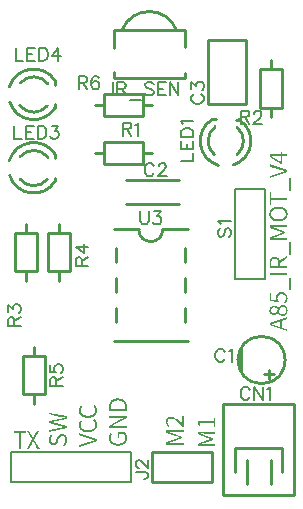
<source format=gto>
G04 Layer: TopSilkscreenLayer*
G04 EasyEDA v6.4.31, 2022-01-29 23:58:21*
G04 2823f7ec020141a2b4db78c869935daf,00a5ad12733442db97615573759eb5db,10*
G04 Gerber Generator version 0.2*
G04 Scale: 100 percent, Rotated: No, Reflected: No *
G04 Dimensions in millimeters *
G04 leading zeros omitted , absolute positions ,4 integer and 5 decimal *
%FSLAX45Y45*%
%MOMM*%

%ADD10C,0.2540*%
%ADD21C,0.2032*%
%ADD22C,0.2030*%
%ADD23C,0.1524*%

%LPD*%
G36*
X1004569Y856234D02*
G01*
X997712Y856030D01*
X991158Y855522D01*
X984859Y854608D01*
X978916Y853389D01*
X973328Y851763D01*
X967994Y849833D01*
X963015Y847547D01*
X958342Y844905D01*
X954074Y841908D01*
X950061Y838606D01*
X946454Y834898D01*
X943203Y830884D01*
X940308Y826516D01*
X937768Y821842D01*
X935634Y816813D01*
X933856Y811428D01*
X932484Y805738D01*
X931468Y799693D01*
X930859Y793343D01*
X930656Y786638D01*
X930656Y767080D01*
X944626Y767080D01*
X944626Y785368D01*
X944880Y791921D01*
X945642Y798017D01*
X946912Y803706D01*
X948639Y808939D01*
X950874Y813765D01*
X953566Y818184D01*
X956716Y822147D01*
X960323Y825703D01*
X964387Y828802D01*
X968857Y831494D01*
X973785Y833780D01*
X979119Y835660D01*
X984910Y837082D01*
X991057Y838149D01*
X997610Y838758D01*
X1004569Y838962D01*
X1011478Y838758D01*
X1018082Y838149D01*
X1024280Y837082D01*
X1030122Y835660D01*
X1035558Y833780D01*
X1040587Y831494D01*
X1045210Y828802D01*
X1049375Y825703D01*
X1053134Y822147D01*
X1056386Y818184D01*
X1059230Y813765D01*
X1061516Y808939D01*
X1063396Y803706D01*
X1064717Y798017D01*
X1065530Y791921D01*
X1065784Y785368D01*
X1065784Y767080D01*
X930656Y767080D01*
X930656Y750062D01*
X1079500Y750062D01*
X1079500Y787400D01*
X1079296Y794004D01*
X1078687Y800252D01*
X1077620Y806196D01*
X1076198Y811834D01*
X1074369Y817118D01*
X1072134Y822096D01*
X1069543Y826719D01*
X1066596Y831037D01*
X1063244Y835050D01*
X1059535Y838657D01*
X1055522Y841959D01*
X1051153Y844956D01*
X1046429Y847598D01*
X1041349Y849884D01*
X1036015Y851814D01*
X1030325Y853389D01*
X1024331Y854608D01*
X1018032Y855522D01*
X1011428Y856030D01*
G37*
G36*
X930656Y708660D02*
G01*
X930656Y692658D01*
X1016914Y692708D01*
X1040384Y693775D01*
X1057656Y694944D01*
X1057656Y693928D01*
X1027176Y677672D01*
X930656Y621538D01*
X930656Y604266D01*
X1079500Y604266D01*
X1079500Y620014D01*
X992174Y619963D01*
X975055Y619302D01*
X952753Y617982D01*
X952753Y618998D01*
X983234Y635254D01*
X1079500Y691134D01*
X1079500Y708660D01*
G37*
G36*
X1003300Y568198D02*
G01*
X1003300Y520192D01*
X1017269Y520192D01*
X1017269Y552704D01*
X1057910Y552704D01*
X1061821Y547268D01*
X1064818Y540359D01*
X1066647Y532536D01*
X1067308Y524256D01*
X1067003Y518363D01*
X1066190Y512826D01*
X1064818Y507593D01*
X1062939Y502767D01*
X1060551Y498246D01*
X1057656Y494080D01*
X1054303Y490321D01*
X1050442Y486867D01*
X1046175Y483870D01*
X1041450Y481177D01*
X1036319Y478942D01*
X1030782Y477062D01*
X1024839Y475589D01*
X1018540Y474573D01*
X1011834Y473913D01*
X1004824Y473709D01*
X997813Y473964D01*
X991158Y474624D01*
X984859Y475742D01*
X978966Y477266D01*
X973429Y479247D01*
X968349Y481584D01*
X963676Y484327D01*
X959459Y487476D01*
X955649Y490931D01*
X952347Y494741D01*
X949502Y498906D01*
X947115Y503377D01*
X945286Y508203D01*
X943914Y513283D01*
X943102Y518617D01*
X942848Y524256D01*
X943965Y534873D01*
X947013Y543661D01*
X951534Y550976D01*
X957071Y557022D01*
X946150Y566420D01*
X942898Y562965D01*
X939698Y559054D01*
X936650Y554634D01*
X933907Y549706D01*
X931570Y544169D01*
X929741Y538073D01*
X928522Y531368D01*
X928116Y524001D01*
X928319Y518159D01*
X928979Y512521D01*
X930046Y507085D01*
X931519Y501853D01*
X933450Y496824D01*
X935736Y492048D01*
X938377Y487476D01*
X941476Y483209D01*
X944880Y479196D01*
X948690Y475437D01*
X952855Y472033D01*
X957376Y468884D01*
X962202Y466090D01*
X967384Y463600D01*
X972921Y461467D01*
X978712Y459689D01*
X984859Y458266D01*
X991311Y457250D01*
X998067Y456641D01*
X1005078Y456438D01*
X1012190Y456641D01*
X1018946Y457250D01*
X1025448Y458216D01*
X1031595Y459587D01*
X1037437Y461314D01*
X1042974Y463397D01*
X1048156Y465835D01*
X1053033Y468579D01*
X1057503Y471627D01*
X1061669Y475030D01*
X1065428Y478688D01*
X1068832Y482600D01*
X1071880Y486816D01*
X1074521Y491286D01*
X1076807Y495960D01*
X1078687Y500938D01*
X1080109Y506069D01*
X1081176Y511454D01*
X1081836Y516991D01*
X1082040Y522732D01*
X1081735Y529996D01*
X1080770Y536854D01*
X1079246Y543356D01*
X1077264Y549351D01*
X1074775Y554888D01*
X1071880Y559917D01*
X1068578Y564337D01*
X1065022Y568198D01*
G37*
G36*
X806704Y801624D02*
G01*
X796290Y792226D01*
X800150Y788466D01*
X803554Y784555D01*
X806450Y780542D01*
X808888Y776274D01*
X810818Y771855D01*
X812190Y767130D01*
X813003Y762203D01*
X813308Y756920D01*
X813003Y751586D01*
X812190Y746506D01*
X810818Y741680D01*
X808939Y737158D01*
X806551Y732942D01*
X803656Y729030D01*
X800303Y725474D01*
X796442Y722223D01*
X792175Y719328D01*
X787450Y716737D01*
X782320Y714552D01*
X776782Y712724D01*
X770839Y711301D01*
X764540Y710285D01*
X757834Y709625D01*
X750824Y709422D01*
X743813Y709625D01*
X737158Y710285D01*
X730859Y711352D01*
X724966Y712876D01*
X719429Y714756D01*
X714349Y716991D01*
X709676Y719632D01*
X705459Y722579D01*
X701649Y725932D01*
X698347Y729589D01*
X695502Y733552D01*
X693115Y737819D01*
X691286Y742391D01*
X689914Y747217D01*
X689102Y752348D01*
X688848Y757682D01*
X689914Y766876D01*
X692810Y775055D01*
X697331Y782218D01*
X703072Y788416D01*
X692150Y797814D01*
X688695Y794410D01*
X685342Y790498D01*
X682294Y786130D01*
X679602Y781253D01*
X677367Y775919D01*
X675589Y770178D01*
X674522Y763981D01*
X674116Y757428D01*
X674319Y751890D01*
X674979Y746455D01*
X676046Y741222D01*
X677519Y736193D01*
X679450Y731367D01*
X681736Y726744D01*
X684377Y722376D01*
X687476Y718210D01*
X690880Y714298D01*
X694690Y710692D01*
X698855Y707339D01*
X703376Y704291D01*
X708202Y701548D01*
X713384Y699160D01*
X718921Y697077D01*
X724712Y695350D01*
X730859Y693978D01*
X737311Y692962D01*
X744067Y692353D01*
X751078Y692150D01*
X758190Y692353D01*
X764946Y692962D01*
X771448Y693928D01*
X777595Y695248D01*
X783437Y696976D01*
X788974Y699008D01*
X794156Y701395D01*
X799033Y704088D01*
X803503Y707085D01*
X807669Y710336D01*
X811428Y713892D01*
X814832Y717702D01*
X817880Y721766D01*
X820521Y726084D01*
X822807Y730605D01*
X824687Y735380D01*
X826109Y740308D01*
X827176Y745439D01*
X827836Y750722D01*
X828040Y756158D01*
X827684Y763168D01*
X826617Y769772D01*
X824890Y775970D01*
X822502Y781761D01*
X819505Y787196D01*
X815848Y792327D01*
X811580Y797102D01*
G37*
G36*
X806704Y678688D02*
G01*
X796290Y669544D01*
X800150Y665784D01*
X803554Y661873D01*
X806450Y657860D01*
X808888Y653592D01*
X810818Y649173D01*
X812190Y644448D01*
X813003Y639521D01*
X813308Y634238D01*
X813003Y628904D01*
X812190Y623824D01*
X810818Y618998D01*
X808939Y614476D01*
X806551Y610260D01*
X803656Y606348D01*
X800303Y602792D01*
X796442Y599541D01*
X792175Y596646D01*
X787450Y594055D01*
X782320Y591870D01*
X776782Y590042D01*
X770839Y588619D01*
X764540Y587603D01*
X757834Y586943D01*
X750824Y586740D01*
X743813Y586943D01*
X737158Y587603D01*
X730859Y588670D01*
X724966Y590194D01*
X719429Y592074D01*
X714349Y594309D01*
X709676Y596950D01*
X705459Y599897D01*
X701649Y603250D01*
X698347Y606907D01*
X695502Y610870D01*
X693115Y615137D01*
X691286Y619709D01*
X689914Y624535D01*
X689102Y629666D01*
X688848Y635000D01*
X689914Y644194D01*
X692810Y652373D01*
X697331Y659536D01*
X703072Y665734D01*
X692150Y675132D01*
X688695Y671677D01*
X685342Y667715D01*
X682294Y663295D01*
X679602Y658469D01*
X677367Y653186D01*
X675589Y647446D01*
X674522Y641299D01*
X674116Y634746D01*
X674319Y629208D01*
X674979Y623773D01*
X676046Y618540D01*
X677519Y613511D01*
X679450Y608685D01*
X681736Y604062D01*
X684377Y599694D01*
X687476Y595528D01*
X690880Y591616D01*
X694690Y588010D01*
X698855Y584657D01*
X703376Y581609D01*
X708202Y578866D01*
X713384Y576478D01*
X718921Y574395D01*
X724712Y572668D01*
X730859Y571296D01*
X737311Y570280D01*
X744067Y569671D01*
X751078Y569468D01*
X758190Y569671D01*
X764946Y570280D01*
X771448Y571246D01*
X777595Y572566D01*
X783437Y574294D01*
X788974Y576326D01*
X794156Y578713D01*
X799033Y581406D01*
X803503Y584403D01*
X807669Y587654D01*
X811428Y591210D01*
X814832Y595020D01*
X817880Y599084D01*
X820521Y603402D01*
X822807Y607923D01*
X824687Y612698D01*
X826109Y617626D01*
X827176Y622757D01*
X827836Y628040D01*
X828040Y633476D01*
X827684Y640486D01*
X826617Y647090D01*
X824890Y653237D01*
X822502Y659028D01*
X819505Y664464D01*
X815848Y669493D01*
X811580Y674268D01*
G37*
G36*
X676656Y559562D02*
G01*
X676656Y542544D01*
X801573Y505002D01*
X807974Y502920D01*
X807974Y502158D01*
X783488Y494741D01*
X758952Y487680D01*
X676656Y462534D01*
X676656Y445008D01*
X825500Y492759D01*
X825500Y512064D01*
G37*
G36*
X120904Y580644D02*
G01*
X120904Y566420D01*
X166116Y566420D01*
X166116Y431800D01*
X183134Y431800D01*
X183134Y566420D01*
X228600Y566420D01*
X228600Y580644D01*
G37*
G36*
X236728Y580644D02*
G01*
X277622Y508508D01*
X234188Y431800D01*
X251714Y431800D01*
X274320Y473201D01*
X286512Y497332D01*
X287274Y497332D01*
X300228Y473201D01*
X323088Y431800D01*
X341376Y431800D01*
X297688Y507746D01*
X338582Y580644D01*
X321056Y580644D01*
X297434Y536092D01*
X289560Y519684D01*
X288544Y519684D01*
X282295Y531114D01*
X276606Y541020D01*
X255524Y580644D01*
G37*
G36*
X422656Y736092D02*
G01*
X422656Y720090D01*
X517347Y701344D01*
X553720Y694944D01*
X553720Y693928D01*
X505459Y682752D01*
X422656Y661416D01*
X422656Y645922D01*
X511403Y623417D01*
X553720Y613918D01*
X553720Y613156D01*
X505459Y604012D01*
X422656Y587502D01*
X422656Y570230D01*
X571500Y602488D01*
X571500Y622046D01*
X478790Y645160D01*
X445008Y653034D01*
X445008Y653796D01*
X478790Y661162D01*
X571500Y684784D01*
X571500Y704850D01*
G37*
G36*
X532384Y555752D02*
G01*
X524662Y555142D01*
X517906Y553364D01*
X512064Y550519D01*
X507034Y546760D01*
X502716Y542239D01*
X498957Y537006D01*
X495655Y531215D01*
X492759Y525018D01*
X481685Y499059D01*
X477215Y490524D01*
X474472Y486714D01*
X471271Y483412D01*
X467461Y480822D01*
X462991Y479145D01*
X457708Y478535D01*
X452729Y479094D01*
X448259Y480618D01*
X444347Y483158D01*
X441045Y486562D01*
X438404Y490728D01*
X436473Y495706D01*
X435254Y501294D01*
X434848Y507492D01*
X435101Y512673D01*
X435864Y517550D01*
X437083Y522173D01*
X438708Y526542D01*
X440791Y530656D01*
X443230Y534568D01*
X445973Y538276D01*
X449072Y541782D01*
X438404Y550672D01*
X434543Y546608D01*
X431038Y542137D01*
X427939Y537210D01*
X425246Y531926D01*
X423113Y526288D01*
X421487Y520293D01*
X420471Y514045D01*
X420116Y507492D01*
X420471Y501040D01*
X421436Y494893D01*
X423011Y489153D01*
X425145Y483819D01*
X427888Y478942D01*
X431088Y474573D01*
X434746Y470763D01*
X438861Y467563D01*
X443382Y464972D01*
X448259Y463092D01*
X453440Y461924D01*
X458978Y461518D01*
X466547Y462229D01*
X473151Y464312D01*
X478840Y467461D01*
X483717Y471474D01*
X487883Y476148D01*
X491388Y481228D01*
X494334Y486511D01*
X496824Y491743D01*
X508558Y518515D01*
X510946Y523290D01*
X513486Y527608D01*
X516331Y531368D01*
X519633Y534466D01*
X523493Y536752D01*
X528116Y538226D01*
X533654Y538734D01*
X539140Y538175D01*
X544068Y536448D01*
X548487Y533704D01*
X552196Y529945D01*
X555193Y525272D01*
X557428Y519684D01*
X558850Y513232D01*
X559308Y505968D01*
X558952Y500126D01*
X557987Y494334D01*
X556361Y488746D01*
X554177Y483311D01*
X551484Y478129D01*
X548284Y473201D01*
X544576Y468579D01*
X540512Y464312D01*
X551942Y454151D01*
X556818Y459232D01*
X561187Y464718D01*
X564946Y470611D01*
X568147Y476910D01*
X570687Y483616D01*
X572516Y490677D01*
X573633Y498144D01*
X574040Y505968D01*
X573684Y513334D01*
X572566Y520242D01*
X570839Y526592D01*
X568452Y532434D01*
X565454Y537667D01*
X562000Y542290D01*
X557987Y546303D01*
X553567Y549605D01*
X548741Y552246D01*
X543560Y554177D01*
X538124Y555345D01*
G37*
G36*
X2383790Y2941828D02*
G01*
X2383790Y2921508D01*
X2289556Y2921508D01*
X2289556Y2907030D01*
X2308860Y2907030D01*
X2322169Y2906115D01*
X2335276Y2905760D01*
X2383790Y2905760D01*
X2383790Y2858262D01*
X2330450Y2894076D01*
X2308860Y2906014D01*
X2308860Y2907030D01*
X2289556Y2907030D01*
X2289556Y2903728D01*
X2386076Y2840482D01*
X2396998Y2840482D01*
X2396998Y2905760D01*
X2438400Y2905760D01*
X2438400Y2921508D01*
X2396998Y2921508D01*
X2396998Y2941828D01*
G37*
G36*
X2289556Y2836418D02*
G01*
X2289556Y2819400D01*
X2420874Y2780030D01*
X2420874Y2779268D01*
X2396388Y2771698D01*
X2371852Y2764536D01*
X2289556Y2739644D01*
X2289556Y2721864D01*
X2438400Y2769616D01*
X2438400Y2788920D01*
G37*
G36*
X2454910Y2718816D02*
G01*
X2454910Y2610866D01*
X2466340Y2610866D01*
X2466340Y2718816D01*
G37*
G36*
X2289556Y2601976D02*
G01*
X2289556Y2494026D01*
X2303780Y2494026D01*
X2303780Y2539492D01*
X2438400Y2539492D01*
X2438400Y2556510D01*
X2303780Y2556510D01*
X2303780Y2601976D01*
G37*
G36*
X2363470Y2480818D02*
G01*
X2356510Y2480614D01*
X2349804Y2480056D01*
X2343404Y2479141D01*
X2337257Y2477820D01*
X2331466Y2476195D01*
X2326030Y2474214D01*
X2320848Y2471928D01*
X2316022Y2469337D01*
X2311552Y2466441D01*
X2307437Y2463241D01*
X2303678Y2459736D01*
X2300224Y2456027D01*
X2297226Y2452014D01*
X2294534Y2447798D01*
X2292299Y2443327D01*
X2290419Y2438603D01*
X2288946Y2433726D01*
X2287879Y2428595D01*
X2287219Y2423312D01*
X2287016Y2417826D01*
X2301748Y2417826D01*
X2302002Y2422906D01*
X2302814Y2427732D01*
X2304186Y2432304D01*
X2306015Y2436672D01*
X2308402Y2440686D01*
X2311247Y2444445D01*
X2314549Y2447899D01*
X2318308Y2451049D01*
X2322525Y2453894D01*
X2327198Y2456383D01*
X2332278Y2458516D01*
X2337765Y2460294D01*
X2343607Y2461717D01*
X2349855Y2462733D01*
X2356510Y2463342D01*
X2363470Y2463546D01*
X2370429Y2463342D01*
X2377084Y2462733D01*
X2383383Y2461717D01*
X2389327Y2460294D01*
X2394915Y2458516D01*
X2400046Y2456383D01*
X2404821Y2453894D01*
X2409139Y2451049D01*
X2413000Y2447899D01*
X2416403Y2444445D01*
X2419350Y2440686D01*
X2421788Y2436672D01*
X2423668Y2432304D01*
X2425090Y2427732D01*
X2425903Y2422906D01*
X2426208Y2417826D01*
X2425903Y2412796D01*
X2425090Y2408021D01*
X2423668Y2403449D01*
X2421788Y2399131D01*
X2419350Y2395118D01*
X2416403Y2391410D01*
X2413000Y2387955D01*
X2409139Y2384806D01*
X2404821Y2382012D01*
X2400046Y2379522D01*
X2394915Y2377389D01*
X2389327Y2375611D01*
X2383383Y2374188D01*
X2377084Y2373172D01*
X2370429Y2372563D01*
X2363470Y2372360D01*
X2356510Y2372563D01*
X2349855Y2373172D01*
X2343607Y2374188D01*
X2337765Y2375611D01*
X2332278Y2377389D01*
X2327198Y2379522D01*
X2322525Y2382012D01*
X2318308Y2384806D01*
X2314549Y2387955D01*
X2311247Y2391410D01*
X2308402Y2395118D01*
X2306015Y2399131D01*
X2304186Y2403449D01*
X2302814Y2408021D01*
X2302002Y2412796D01*
X2301748Y2417826D01*
X2287016Y2417826D01*
X2287219Y2412390D01*
X2287879Y2407107D01*
X2288946Y2402027D01*
X2290419Y2397150D01*
X2292299Y2392476D01*
X2294534Y2388057D01*
X2297226Y2383790D01*
X2300224Y2379827D01*
X2303678Y2376119D01*
X2307437Y2372664D01*
X2311552Y2369464D01*
X2316022Y2366568D01*
X2320848Y2363978D01*
X2326030Y2361692D01*
X2331466Y2359710D01*
X2337257Y2358085D01*
X2343404Y2356764D01*
X2349804Y2355850D01*
X2356510Y2355291D01*
X2363470Y2355088D01*
X2370480Y2355291D01*
X2377186Y2355850D01*
X2383637Y2356764D01*
X2389784Y2358085D01*
X2395626Y2359710D01*
X2401163Y2361692D01*
X2406345Y2363978D01*
X2411272Y2366568D01*
X2415794Y2369464D01*
X2420010Y2372664D01*
X2423871Y2376119D01*
X2427325Y2379827D01*
X2430475Y2383790D01*
X2433167Y2388057D01*
X2435504Y2392476D01*
X2437434Y2397150D01*
X2438958Y2402027D01*
X2440076Y2407107D01*
X2440736Y2412390D01*
X2440940Y2417826D01*
X2440736Y2423312D01*
X2440076Y2428595D01*
X2438958Y2433726D01*
X2437434Y2438603D01*
X2435504Y2443327D01*
X2433167Y2447798D01*
X2430475Y2452014D01*
X2427325Y2456027D01*
X2423871Y2459736D01*
X2420010Y2463241D01*
X2415794Y2466441D01*
X2411272Y2469337D01*
X2406345Y2471928D01*
X2401163Y2474214D01*
X2395626Y2476195D01*
X2389784Y2477820D01*
X2383637Y2479141D01*
X2377186Y2480056D01*
X2370480Y2480614D01*
G37*
G36*
X2289556Y2322322D02*
G01*
X2289556Y2301748D01*
X2370836Y2272538D01*
X2386787Y2267508D01*
X2402586Y2262124D01*
X2402586Y2261108D01*
X2370836Y2250440D01*
X2289556Y2221230D01*
X2289556Y2200402D01*
X2438400Y2200402D01*
X2438400Y2215642D01*
X2347569Y2215591D01*
X2325370Y2214575D01*
X2309368Y2213610D01*
X2309368Y2214372D01*
X2343150Y2226310D01*
X2423160Y2255520D01*
X2423160Y2267204D01*
X2343150Y2296160D01*
X2309368Y2307844D01*
X2309368Y2308860D01*
X2331059Y2307488D01*
X2342286Y2306980D01*
X2352548Y2306828D01*
X2438400Y2306828D01*
X2438400Y2322322D01*
G37*
G36*
X2454910Y2177034D02*
G01*
X2454910Y2069084D01*
X2466340Y2069084D01*
X2466340Y2177034D01*
G37*
G36*
X2438400Y2060702D02*
G01*
X2372614Y2022348D01*
X2371242Y2027428D01*
X2369464Y2032152D01*
X2367330Y2036521D01*
X2364841Y2040585D01*
X2361996Y2044192D01*
X2358745Y2047443D01*
X2355088Y2050237D01*
X2351074Y2052574D01*
X2346655Y2054402D01*
X2341829Y2055774D01*
X2336596Y2056587D01*
X2330958Y2056892D01*
X2323744Y2056434D01*
X2317292Y2055164D01*
X2311654Y2053082D01*
X2306675Y2050237D01*
X2302408Y2046681D01*
X2298852Y2042464D01*
X2295855Y2037588D01*
X2293518Y2032152D01*
X2291740Y2026157D01*
X2290521Y2019655D01*
X2289810Y2012696D01*
X2289556Y2005330D01*
X2289556Y1976628D01*
X2303272Y1976628D01*
X2303272Y2002789D01*
X2303627Y2011222D01*
X2304745Y2018639D01*
X2306675Y2025040D01*
X2309520Y2030272D01*
X2313279Y2034438D01*
X2318054Y2037435D01*
X2323947Y2039264D01*
X2330958Y2039874D01*
X2337917Y2039264D01*
X2343912Y2037435D01*
X2348992Y2034438D01*
X2353106Y2030272D01*
X2356307Y2025040D01*
X2358593Y2018639D01*
X2359964Y2011222D01*
X2360422Y2002789D01*
X2360422Y1976628D01*
X2289556Y1976628D01*
X2289556Y1959864D01*
X2438400Y1959864D01*
X2438400Y1976628D01*
X2374138Y1976628D01*
X2374138Y2004568D01*
X2438400Y2041652D01*
G37*
G36*
X2289556Y1918462D02*
G01*
X2289556Y1901443D01*
X2438400Y1901443D01*
X2438400Y1918462D01*
G37*
G36*
X2454910Y1878075D02*
G01*
X2454910Y1770380D01*
X2466340Y1770380D01*
X2466340Y1878075D01*
G37*
G36*
X2390140Y1756664D02*
G01*
X2382316Y1756257D01*
X2375255Y1755089D01*
X2368905Y1753158D01*
X2363266Y1750618D01*
X2358339Y1747418D01*
X2354122Y1743659D01*
X2350566Y1739392D01*
X2347671Y1734667D01*
X2345436Y1729536D01*
X2343861Y1724050D01*
X2342946Y1718259D01*
X2342642Y1712214D01*
X2343099Y1705610D01*
X2344369Y1699717D01*
X2346401Y1694281D01*
X2348992Y1689100D01*
X2303780Y1693164D01*
X2303780Y1749552D01*
X2289556Y1749552D01*
X2289556Y1678432D01*
X2358644Y1673860D01*
X2364486Y1683004D01*
X2360625Y1689049D01*
X2357831Y1694891D01*
X2356154Y1701088D01*
X2355596Y1708150D01*
X2356205Y1715058D01*
X2357983Y1721256D01*
X2360930Y1726692D01*
X2364943Y1731264D01*
X2369972Y1734921D01*
X2375966Y1737664D01*
X2382875Y1739341D01*
X2390648Y1739900D01*
X2398623Y1739239D01*
X2405786Y1737309D01*
X2412034Y1734312D01*
X2417318Y1730298D01*
X2421534Y1725472D01*
X2424633Y1719986D01*
X2426563Y1713890D01*
X2427224Y1707388D01*
X2426868Y1701038D01*
X2425801Y1695246D01*
X2424176Y1690014D01*
X2422093Y1685289D01*
X2419553Y1680972D01*
X2416708Y1677009D01*
X2413660Y1673402D01*
X2410460Y1670050D01*
X2421382Y1661668D01*
X2425090Y1665681D01*
X2428595Y1670050D01*
X2431948Y1674926D01*
X2434894Y1680311D01*
X2437384Y1686306D01*
X2439263Y1693011D01*
X2440482Y1700428D01*
X2440940Y1708657D01*
X2440584Y1714754D01*
X2439416Y1720748D01*
X2437587Y1726539D01*
X2434996Y1732076D01*
X2431694Y1737207D01*
X2427732Y1741881D01*
X2423058Y1746097D01*
X2417775Y1749704D01*
X2411780Y1752650D01*
X2405176Y1754835D01*
X2397963Y1756206D01*
G37*
G36*
X2402840Y1646682D02*
G01*
X2395626Y1646123D01*
X2389225Y1644599D01*
X2383536Y1642160D01*
X2378506Y1638960D01*
X2374087Y1635201D01*
X2370175Y1630933D01*
X2366772Y1626311D01*
X2363724Y1621536D01*
X2362708Y1621536D01*
X2359812Y1624888D01*
X2356408Y1628292D01*
X2352446Y1631696D01*
X2348026Y1634794D01*
X2343150Y1637538D01*
X2337968Y1639671D01*
X2332431Y1641093D01*
X2326640Y1641602D01*
X2321052Y1641297D01*
X2315819Y1640332D01*
X2310892Y1638807D01*
X2306320Y1636725D01*
X2302205Y1634032D01*
X2298496Y1630832D01*
X2295296Y1627124D01*
X2292604Y1622856D01*
X2290419Y1618132D01*
X2288844Y1612950D01*
X2287879Y1607312D01*
X2287537Y1600962D01*
X2299970Y1600962D01*
X2300528Y1606905D01*
X2302154Y1612138D01*
X2304694Y1616608D01*
X2308047Y1620316D01*
X2312162Y1623263D01*
X2316784Y1625396D01*
X2321915Y1626666D01*
X2327402Y1627124D01*
X2335834Y1626107D01*
X2343861Y1623009D01*
X2351430Y1617929D01*
X2358390Y1610868D01*
X2355748Y1604365D01*
X2352852Y1598066D01*
X2349652Y1592224D01*
X2348308Y1590294D01*
X2365248Y1590294D01*
X2369566Y1600809D01*
X2374138Y1610410D01*
X2376627Y1614779D01*
X2379319Y1618691D01*
X2382266Y1622196D01*
X2385517Y1625193D01*
X2389073Y1627632D01*
X2393035Y1629410D01*
X2397455Y1630527D01*
X2402332Y1630933D01*
X2407818Y1630375D01*
X2412898Y1628800D01*
X2417368Y1626209D01*
X2421280Y1622704D01*
X2424430Y1618386D01*
X2426766Y1613255D01*
X2428240Y1607413D01*
X2428748Y1600962D01*
X2428189Y1594256D01*
X2426563Y1588109D01*
X2424023Y1582623D01*
X2420620Y1577898D01*
X2416454Y1574038D01*
X2411577Y1571142D01*
X2406192Y1569313D01*
X2400300Y1568704D01*
X2394813Y1569110D01*
X2389632Y1570278D01*
X2384704Y1572209D01*
X2380081Y1574749D01*
X2375865Y1577898D01*
X2371953Y1581556D01*
X2368397Y1585722D01*
X2365248Y1590294D01*
X2348308Y1590294D01*
X2346045Y1587042D01*
X2341880Y1582623D01*
X2337054Y1579270D01*
X2331516Y1577086D01*
X2325116Y1576324D01*
X2319731Y1576781D01*
X2314854Y1578152D01*
X2310587Y1580388D01*
X2306929Y1583334D01*
X2303983Y1586890D01*
X2301798Y1591106D01*
X2300427Y1595831D01*
X2299970Y1600962D01*
X2287537Y1600962D01*
X2287828Y1595628D01*
X2288743Y1590294D01*
X2290267Y1585315D01*
X2292299Y1580642D01*
X2294890Y1576374D01*
X2297938Y1572564D01*
X2301443Y1569212D01*
X2305456Y1566418D01*
X2309825Y1564132D01*
X2314549Y1562455D01*
X2319680Y1561439D01*
X2325116Y1561084D01*
X2330704Y1561490D01*
X2335936Y1562709D01*
X2340762Y1564640D01*
X2345182Y1567129D01*
X2349246Y1570177D01*
X2352903Y1573631D01*
X2356205Y1577390D01*
X2359152Y1581404D01*
X2359914Y1581404D01*
X2362962Y1576273D01*
X2366670Y1571294D01*
X2370937Y1566621D01*
X2375865Y1562404D01*
X2381351Y1558848D01*
X2387396Y1556105D01*
X2394102Y1554327D01*
X2401316Y1553718D01*
X2406954Y1554124D01*
X2412288Y1555292D01*
X2417267Y1557223D01*
X2421839Y1559864D01*
X2426055Y1563116D01*
X2429814Y1567027D01*
X2433066Y1571447D01*
X2435809Y1576425D01*
X2437993Y1581912D01*
X2439619Y1587804D01*
X2440584Y1594053D01*
X2440940Y1600708D01*
X2440584Y1607362D01*
X2439619Y1613662D01*
X2437993Y1619453D01*
X2435809Y1624838D01*
X2433066Y1629664D01*
X2429865Y1633982D01*
X2426258Y1637741D01*
X2422194Y1640839D01*
X2417775Y1643380D01*
X2413050Y1645157D01*
X2408072Y1646326D01*
G37*
G36*
X2438400Y1543812D02*
G01*
X2289556Y1492758D01*
X2289556Y1482852D01*
X2303780Y1482852D01*
X2303780Y1483614D01*
X2341575Y1494942D01*
X2354072Y1499108D01*
X2378202Y1506728D01*
X2378202Y1459738D01*
X2347823Y1469593D01*
X2303780Y1482852D01*
X2289556Y1482852D01*
X2289556Y1474216D01*
X2438400Y1423416D01*
X2438400Y1440180D01*
X2391410Y1455420D01*
X2391410Y1511046D01*
X2438400Y1525778D01*
G37*
G36*
X1815084Y693420D02*
G01*
X1815084Y662940D01*
X1679956Y662940D01*
X1679956Y650494D01*
X1683308Y644296D01*
X1686102Y637286D01*
X1688338Y629361D01*
X1690116Y620268D01*
X1701038Y620268D01*
X1701038Y646684D01*
X1815084Y646684D01*
X1815084Y613156D01*
X1828800Y613156D01*
X1828800Y693420D01*
G37*
G36*
X1679956Y574548D02*
G01*
X1679956Y553720D01*
X1761236Y524764D01*
X1792986Y514350D01*
X1792986Y513334D01*
X1761236Y502412D01*
X1679956Y473201D01*
X1679956Y452628D01*
X1828800Y452628D01*
X1828800Y467868D01*
X1737969Y467817D01*
X1715770Y466801D01*
X1699768Y465835D01*
X1699768Y466598D01*
X1733550Y478282D01*
X1813560Y507492D01*
X1813560Y519176D01*
X1733550Y548132D01*
X1699768Y560070D01*
X1699768Y560832D01*
X1732686Y559003D01*
X1742948Y558800D01*
X1828800Y558800D01*
X1828800Y574548D01*
G37*
G36*
X1547876Y709168D02*
G01*
X1547977Y660603D01*
X1549146Y642112D01*
X1538986Y652627D01*
X1528978Y662279D01*
X1519224Y671068D01*
X1509623Y678891D01*
X1500124Y685698D01*
X1490776Y691438D01*
X1481531Y695960D01*
X1476908Y697788D01*
X1472336Y699312D01*
X1467764Y700481D01*
X1463243Y701344D01*
X1458671Y701903D01*
X1454150Y702056D01*
X1447749Y701700D01*
X1441754Y700735D01*
X1436217Y699109D01*
X1431137Y696874D01*
X1426565Y694029D01*
X1422552Y690626D01*
X1419047Y686663D01*
X1416100Y682193D01*
X1413764Y677214D01*
X1412087Y671728D01*
X1411071Y665784D01*
X1410716Y659384D01*
X1411122Y652678D01*
X1412290Y646430D01*
X1414170Y640638D01*
X1416710Y635203D01*
X1419860Y630072D01*
X1423568Y625144D01*
X1427835Y620471D01*
X1432560Y615950D01*
X1441704Y625856D01*
X1438097Y629107D01*
X1434795Y632612D01*
X1431798Y636270D01*
X1429207Y640181D01*
X1427124Y644245D01*
X1425498Y648462D01*
X1424533Y652830D01*
X1424178Y657352D01*
X1424787Y664108D01*
X1426514Y669950D01*
X1429258Y674827D01*
X1432966Y678789D01*
X1437487Y681888D01*
X1442720Y684072D01*
X1448562Y685393D01*
X1454912Y685800D01*
X1458772Y685647D01*
X1462735Y685139D01*
X1466799Y684326D01*
X1470914Y683209D01*
X1475130Y681736D01*
X1483817Y677773D01*
X1492910Y672388D01*
X1502511Y665632D01*
X1512570Y657453D01*
X1523136Y647750D01*
X1534312Y636574D01*
X1552194Y616966D01*
X1562100Y616966D01*
X1562100Y709168D01*
G37*
G36*
X1413256Y587248D02*
G01*
X1413256Y566420D01*
X1494536Y537464D01*
X1526286Y527050D01*
X1526286Y526034D01*
X1494536Y515112D01*
X1413256Y485901D01*
X1413256Y465328D01*
X1562100Y465328D01*
X1562100Y480568D01*
X1471269Y480517D01*
X1449070Y479501D01*
X1433068Y478535D01*
X1433068Y479298D01*
X1466850Y490982D01*
X1546860Y520192D01*
X1546860Y531876D01*
X1466850Y560832D01*
X1433068Y572770D01*
X1433068Y573532D01*
X1465986Y571703D01*
X1476248Y571500D01*
X1562100Y571500D01*
X1562100Y587248D01*
G37*
D23*
X1650492Y3430778D02*
G01*
X1640078Y3425444D01*
X1629663Y3415029D01*
X1624584Y3404870D01*
X1624584Y3384042D01*
X1629663Y3373628D01*
X1640078Y3363213D01*
X1650492Y3357879D01*
X1666239Y3352800D01*
X1692147Y3352800D01*
X1707642Y3357879D01*
X1718055Y3363213D01*
X1728470Y3373628D01*
X1733550Y3384042D01*
X1733550Y3404870D01*
X1728470Y3415029D01*
X1718055Y3425444D01*
X1707642Y3430778D01*
X1624584Y3475481D02*
G01*
X1624584Y3532631D01*
X1666239Y3501389D01*
X1666239Y3516884D01*
X1671320Y3527297D01*
X1676400Y3532631D01*
X1692147Y3537712D01*
X1702562Y3537712D01*
X1718055Y3532631D01*
X1728470Y3522218D01*
X1733550Y3506470D01*
X1733550Y3490976D01*
X1728470Y3475481D01*
X1723389Y3470147D01*
X1712976Y3465068D01*
X1868678Y2295144D02*
G01*
X1858263Y2284729D01*
X1853184Y2269236D01*
X1853184Y2248407D01*
X1858263Y2232913D01*
X1868678Y2222500D01*
X1879092Y2222500D01*
X1889505Y2227579D01*
X1894839Y2232913D01*
X1899920Y2243328D01*
X1910334Y2274570D01*
X1915413Y2284729D01*
X1920747Y2290063D01*
X1931161Y2295144D01*
X1946656Y2295144D01*
X1957070Y2284729D01*
X1962150Y2269236D01*
X1962150Y2248407D01*
X1957070Y2232913D01*
X1946656Y2222500D01*
X1874012Y2329434D02*
G01*
X1868678Y2339847D01*
X1853184Y2355595D01*
X1962150Y2355595D01*
X965200Y3531615D02*
G01*
X965200Y3422650D01*
X999489Y3531615D02*
G01*
X999489Y3422650D01*
X999489Y3531615D02*
G01*
X1046226Y3531615D01*
X1061720Y3526536D01*
X1067054Y3521202D01*
X1072134Y3510787D01*
X1072134Y3500373D01*
X1067054Y3489960D01*
X1061720Y3484879D01*
X1046226Y3479800D01*
X999489Y3479800D01*
X1035812Y3479800D02*
G01*
X1072134Y3422650D01*
X1106423Y3386073D02*
G01*
X1200150Y3386073D01*
X1307084Y3516121D02*
G01*
X1296670Y3526536D01*
X1281176Y3531615D01*
X1260347Y3531615D01*
X1244600Y3526536D01*
X1234439Y3516121D01*
X1234439Y3505707D01*
X1239520Y3495294D01*
X1244600Y3489960D01*
X1255013Y3484879D01*
X1286255Y3474465D01*
X1296670Y3469386D01*
X1301750Y3464052D01*
X1307084Y3453637D01*
X1307084Y3438144D01*
X1296670Y3427729D01*
X1281176Y3422650D01*
X1260347Y3422650D01*
X1244600Y3427729D01*
X1234439Y3438144D01*
X1341373Y3531615D02*
G01*
X1341373Y3422650D01*
X1341373Y3531615D02*
G01*
X1408937Y3531615D01*
X1341373Y3479800D02*
G01*
X1383029Y3479800D01*
X1341373Y3422650D02*
G01*
X1408937Y3422650D01*
X1443228Y3531615D02*
G01*
X1443228Y3422650D01*
X1443228Y3531615D02*
G01*
X1515871Y3422650D01*
X1515871Y3531615D02*
G01*
X1515871Y3422650D01*
X1193800Y2439415D02*
G01*
X1193800Y2361437D01*
X1198879Y2345944D01*
X1209294Y2335529D01*
X1225042Y2330450D01*
X1235455Y2330450D01*
X1250950Y2335529D01*
X1261363Y2345944D01*
X1266444Y2361437D01*
X1266444Y2439415D01*
X1311147Y2439415D02*
G01*
X1368297Y2439415D01*
X1337310Y2397760D01*
X1352804Y2397760D01*
X1363218Y2392679D01*
X1368297Y2387600D01*
X1373631Y2371852D01*
X1373631Y2361437D01*
X1368297Y2345944D01*
X1357884Y2335529D01*
X1342389Y2330450D01*
X1326895Y2330450D01*
X1311147Y2335529D01*
X1306068Y2340610D01*
X1300734Y2351023D01*
X1908302Y1250442D02*
G01*
X1902968Y1260855D01*
X1892554Y1271270D01*
X1882394Y1276350D01*
X1861565Y1276350D01*
X1851152Y1271270D01*
X1840737Y1260855D01*
X1835404Y1250442D01*
X1830323Y1234694D01*
X1830323Y1208786D01*
X1835404Y1193292D01*
X1840737Y1182878D01*
X1851152Y1172463D01*
X1861565Y1167384D01*
X1882394Y1167384D01*
X1892554Y1172463D01*
X1902968Y1182878D01*
X1908302Y1193292D01*
X1942591Y1255521D02*
G01*
X1953006Y1260855D01*
X1968500Y1276350D01*
X1968500Y1167384D01*
X1309878Y2819907D02*
G01*
X1304544Y2830321D01*
X1294129Y2840736D01*
X1283970Y2845815D01*
X1263142Y2845815D01*
X1252728Y2840736D01*
X1242313Y2830321D01*
X1236979Y2819907D01*
X1231900Y2804160D01*
X1231900Y2778252D01*
X1236979Y2762757D01*
X1242313Y2752344D01*
X1252728Y2741929D01*
X1263142Y2736850D01*
X1283970Y2736850D01*
X1294129Y2741929D01*
X1304544Y2752344D01*
X1309878Y2762757D01*
X1349247Y2819907D02*
G01*
X1349247Y2824987D01*
X1354581Y2835402D01*
X1359662Y2840736D01*
X1370076Y2845815D01*
X1390904Y2845815D01*
X1401318Y2840736D01*
X1406397Y2835402D01*
X1411731Y2824987D01*
X1411731Y2814573D01*
X1406397Y2804160D01*
X1395984Y2788665D01*
X1344168Y2736850D01*
X1416812Y2736850D01*
X1535684Y2870200D02*
G01*
X1644650Y2870200D01*
X1644650Y2870200D02*
G01*
X1644650Y2932429D01*
X1535684Y2966720D02*
G01*
X1644650Y2966720D01*
X1535684Y2966720D02*
G01*
X1535684Y3034284D01*
X1587500Y2966720D02*
G01*
X1587500Y3008376D01*
X1644650Y2966720D02*
G01*
X1644650Y3034284D01*
X1535684Y3068573D02*
G01*
X1644650Y3068573D01*
X1535684Y3068573D02*
G01*
X1535684Y3105150D01*
X1540763Y3120644D01*
X1551178Y3131057D01*
X1561592Y3136137D01*
X1577339Y3141471D01*
X1603247Y3141471D01*
X1618742Y3136137D01*
X1629155Y3131057D01*
X1639570Y3120644D01*
X1644650Y3105150D01*
X1644650Y3068573D01*
X1556512Y3175762D02*
G01*
X1551178Y3186176D01*
X1535684Y3201670D01*
X1644650Y3201670D01*
X127000Y3163315D02*
G01*
X127000Y3054350D01*
X127000Y3054350D02*
G01*
X189229Y3054350D01*
X223520Y3163315D02*
G01*
X223520Y3054350D01*
X223520Y3163315D02*
G01*
X291084Y3163315D01*
X223520Y3111500D02*
G01*
X265176Y3111500D01*
X223520Y3054350D02*
G01*
X291084Y3054350D01*
X325373Y3163315D02*
G01*
X325373Y3054350D01*
X325373Y3163315D02*
G01*
X361950Y3163315D01*
X377444Y3158236D01*
X387857Y3147821D01*
X392937Y3137407D01*
X398271Y3121660D01*
X398271Y3095752D01*
X392937Y3080257D01*
X387857Y3069844D01*
X377444Y3059429D01*
X361950Y3054350D01*
X325373Y3054350D01*
X442976Y3163315D02*
G01*
X500126Y3163315D01*
X468884Y3121660D01*
X484378Y3121660D01*
X494792Y3116579D01*
X500126Y3111500D01*
X505205Y3095752D01*
X505205Y3085337D01*
X500126Y3069844D01*
X489712Y3059429D01*
X473963Y3054350D01*
X458470Y3054350D01*
X442976Y3059429D01*
X437642Y3064510D01*
X432562Y3074923D01*
X139700Y3823715D02*
G01*
X139700Y3714750D01*
X139700Y3714750D02*
G01*
X201929Y3714750D01*
X236220Y3823715D02*
G01*
X236220Y3714750D01*
X236220Y3823715D02*
G01*
X303784Y3823715D01*
X236220Y3771900D02*
G01*
X277876Y3771900D01*
X236220Y3714750D02*
G01*
X303784Y3714750D01*
X338073Y3823715D02*
G01*
X338073Y3714750D01*
X338073Y3823715D02*
G01*
X374650Y3823715D01*
X390144Y3818636D01*
X400557Y3808221D01*
X405637Y3797807D01*
X410971Y3782060D01*
X410971Y3756152D01*
X405637Y3740657D01*
X400557Y3730244D01*
X390144Y3719829D01*
X374650Y3714750D01*
X338073Y3714750D01*
X497078Y3823715D02*
G01*
X445262Y3751071D01*
X523239Y3751071D01*
X497078Y3823715D02*
G01*
X497078Y3714750D01*
X1045705Y3188715D02*
G01*
X1045705Y3079750D01*
X1045705Y3188715D02*
G01*
X1092441Y3188715D01*
X1107935Y3183636D01*
X1113269Y3178302D01*
X1118349Y3167887D01*
X1118349Y3157473D01*
X1113269Y3147060D01*
X1107935Y3141979D01*
X1092441Y3136900D01*
X1045705Y3136900D01*
X1082027Y3136900D02*
G01*
X1118349Y3079750D01*
X1152639Y3167887D02*
G01*
X1163053Y3173221D01*
X1178801Y3188715D01*
X1178801Y3079750D01*
X2044700Y3290315D02*
G01*
X2044700Y3181350D01*
X2044700Y3290315D02*
G01*
X2091436Y3290315D01*
X2106929Y3285236D01*
X2112263Y3279902D01*
X2117343Y3269487D01*
X2117343Y3259073D01*
X2112263Y3248660D01*
X2106929Y3243579D01*
X2091436Y3238500D01*
X2044700Y3238500D01*
X2081022Y3238500D02*
G01*
X2117343Y3181350D01*
X2156968Y3264407D02*
G01*
X2156968Y3269487D01*
X2162047Y3279902D01*
X2167381Y3285236D01*
X2177795Y3290315D01*
X2198370Y3290315D01*
X2208784Y3285236D01*
X2214118Y3279902D01*
X2219197Y3269487D01*
X2219197Y3259073D01*
X2214118Y3248660D01*
X2203704Y3233165D01*
X2151634Y3181350D01*
X2224531Y3181350D01*
X75184Y1473200D02*
G01*
X184150Y1473200D01*
X75184Y1473200D02*
G01*
X75184Y1519936D01*
X80263Y1535429D01*
X85597Y1540763D01*
X96012Y1545844D01*
X106426Y1545844D01*
X116839Y1540763D01*
X121920Y1535429D01*
X127000Y1519936D01*
X127000Y1473200D01*
X127000Y1509521D02*
G01*
X184150Y1545844D01*
X75184Y1590547D02*
G01*
X75184Y1647697D01*
X116839Y1616710D01*
X116839Y1632204D01*
X121920Y1642618D01*
X127000Y1647697D01*
X142747Y1653031D01*
X153162Y1653031D01*
X168655Y1647697D01*
X179070Y1637284D01*
X184150Y1621789D01*
X184150Y1606295D01*
X179070Y1590547D01*
X173989Y1585468D01*
X163576Y1580134D01*
X646684Y1981200D02*
G01*
X755650Y1981200D01*
X646684Y1981200D02*
G01*
X646684Y2027936D01*
X651763Y2043429D01*
X657097Y2048763D01*
X667512Y2053844D01*
X677926Y2053844D01*
X688339Y2048763D01*
X693420Y2043429D01*
X698500Y2027936D01*
X698500Y1981200D01*
X698500Y2017521D02*
G01*
X755650Y2053844D01*
X646684Y2140204D02*
G01*
X719328Y2088134D01*
X719328Y2166112D01*
X646684Y2140204D02*
G01*
X755650Y2140204D01*
X430784Y965200D02*
G01*
X539750Y965200D01*
X430784Y965200D02*
G01*
X430784Y1011936D01*
X435863Y1027429D01*
X441197Y1032763D01*
X451612Y1037844D01*
X462026Y1037844D01*
X472439Y1032763D01*
X477520Y1027429D01*
X482600Y1011936D01*
X482600Y965200D01*
X482600Y1001521D02*
G01*
X539750Y1037844D01*
X430784Y1134618D02*
G01*
X430784Y1082547D01*
X477520Y1077468D01*
X472439Y1082547D01*
X467105Y1098295D01*
X467105Y1113789D01*
X472439Y1129284D01*
X482600Y1139697D01*
X498347Y1145031D01*
X508762Y1145031D01*
X524255Y1139697D01*
X534670Y1129284D01*
X539750Y1113789D01*
X539750Y1098295D01*
X534670Y1082547D01*
X529589Y1077468D01*
X519176Y1072134D01*
X673100Y3582415D02*
G01*
X673100Y3473450D01*
X673100Y3582415D02*
G01*
X719836Y3582415D01*
X735329Y3577336D01*
X740663Y3572002D01*
X745744Y3561587D01*
X745744Y3551173D01*
X740663Y3540760D01*
X735329Y3535679D01*
X719836Y3530600D01*
X673100Y3530600D01*
X709421Y3530600D02*
G01*
X745744Y3473450D01*
X842518Y3566921D02*
G01*
X837184Y3577336D01*
X821689Y3582415D01*
X811276Y3582415D01*
X795781Y3577336D01*
X785368Y3561587D01*
X780034Y3535679D01*
X780034Y3509771D01*
X785368Y3488944D01*
X795781Y3478529D01*
X811276Y3473450D01*
X816610Y3473450D01*
X832104Y3478529D01*
X842518Y3488944D01*
X847597Y3504437D01*
X847597Y3509771D01*
X842518Y3525265D01*
X832104Y3535679D01*
X816610Y3540760D01*
X811276Y3540760D01*
X795781Y3535679D01*
X785368Y3525265D01*
X780034Y3509771D01*
X2122677Y927607D02*
G01*
X2117343Y938021D01*
X2106929Y948436D01*
X2096770Y953515D01*
X2075941Y953515D01*
X2065527Y948436D01*
X2055113Y938021D01*
X2049779Y927607D01*
X2044700Y911860D01*
X2044700Y885952D01*
X2049779Y870457D01*
X2055113Y860044D01*
X2065527Y849629D01*
X2075941Y844550D01*
X2096770Y844550D01*
X2106929Y849629D01*
X2117343Y860044D01*
X2122677Y870457D01*
X2156968Y953515D02*
G01*
X2156968Y844550D01*
X2156968Y953515D02*
G01*
X2229611Y844550D01*
X2229611Y953515D02*
G01*
X2229611Y844550D01*
X2263902Y932687D02*
G01*
X2274315Y938021D01*
X2289809Y953515D01*
X2289809Y844550D01*
X1154684Y229870D02*
G01*
X1237742Y229870D01*
X1253489Y224536D01*
X1258570Y219455D01*
X1263650Y209042D01*
X1263650Y198628D01*
X1258570Y188213D01*
X1253489Y182879D01*
X1237742Y177800D01*
X1227328Y177800D01*
X1180592Y269239D02*
G01*
X1175512Y269239D01*
X1165097Y274320D01*
X1159763Y279654D01*
X1154684Y290068D01*
X1154684Y310895D01*
X1159763Y321310D01*
X1165097Y326389D01*
X1175512Y331470D01*
X1185926Y331470D01*
X1196339Y326389D01*
X1211834Y315976D01*
X1263650Y264160D01*
X1263650Y336804D01*
G36*
X2062530Y1301089D02*
G01*
X2054656Y1291742D01*
X2047493Y1281836D01*
X2040991Y1271473D01*
X2035200Y1260703D01*
X2032558Y1255217D01*
X2027936Y1243888D01*
X2024024Y1232306D01*
X2020976Y1220470D01*
X2019706Y1214526D01*
X2017877Y1202436D01*
X2016810Y1190244D01*
X2016607Y1178052D01*
X2017217Y1165860D01*
X2018690Y1153718D01*
X2019706Y1147673D01*
X2022398Y1135735D01*
X2025904Y1124051D01*
X2030171Y1112621D01*
X2032558Y1106982D01*
X2037994Y1096010D01*
X2044141Y1085494D01*
X2050999Y1075334D01*
X2058517Y1065733D01*
X2062480Y1061110D01*
G37*
D10*
X1829450Y3894503D02*
G01*
X2031349Y3894503D01*
X1829450Y3344496D02*
G01*
X2031349Y3344496D01*
X1770397Y3344496D02*
G01*
X1770397Y3894503D01*
X2090402Y3344496D02*
G01*
X2090402Y3894503D01*
X1770397Y3344496D02*
G01*
X1829450Y3344496D01*
X2031349Y3344496D02*
G01*
X2082800Y3344496D01*
X1770397Y3894503D02*
G01*
X1829450Y3894503D01*
X2031349Y3894503D02*
G01*
X2090402Y3894503D01*
D21*
X1993900Y2057400D02*
G01*
X1993900Y1866900D01*
X2247900Y1866900D01*
X2247900Y2628900D01*
X1993900Y2628900D01*
D22*
X1993900Y2628900D02*
G01*
X1993900Y2057400D01*
D10*
X970000Y3571100D02*
G01*
X1569999Y3571100D01*
X970000Y3571100D02*
G01*
X970000Y3617785D01*
X970000Y3824411D02*
G01*
X970000Y3971099D01*
X970000Y3971099D02*
G01*
X1569999Y3971099D01*
X1569999Y3571100D02*
G01*
X1569999Y3607986D01*
X1569999Y3834213D02*
G01*
X1569999Y3971099D01*
X1181176Y2286099D02*
G01*
X971354Y2286099D01*
X1384376Y2286099D02*
G01*
X1594045Y2286099D01*
X1594045Y1346100D02*
G01*
X971354Y1346100D01*
X1574876Y2127219D02*
G01*
X1574876Y2012980D01*
X1574876Y1873219D02*
G01*
X1574876Y1758980D01*
X1574876Y1619219D02*
G01*
X1574876Y1504980D01*
X990676Y2127415D02*
G01*
X990676Y2012784D01*
X990676Y1873415D02*
G01*
X990676Y1758784D01*
X990676Y1619415D02*
G01*
X990676Y1504784D01*
X2242499Y1061100D02*
G01*
X2326319Y1061100D01*
X2283139Y1099200D02*
G01*
X2283139Y1020460D01*
X1069728Y2503500D02*
G01*
X1521045Y2503500D01*
X1069728Y2703499D02*
G01*
X1521045Y2703499D01*
X2001052Y3216219D02*
G01*
X2030516Y3215840D01*
X1803212Y3218345D02*
G01*
X1835764Y3218345D01*
X473019Y2723347D02*
G01*
X472640Y2693883D01*
X475145Y2921187D02*
G01*
X475145Y2888635D01*
X473019Y3345647D02*
G01*
X472640Y3316183D01*
X475145Y3543487D02*
G01*
X475145Y3510935D01*
X1231900Y2933700D02*
G01*
X1295400Y2933700D01*
X876300Y2933700D02*
G01*
X812800Y2933700D01*
X889088Y3028695D02*
G01*
X1219085Y3028695D01*
X1219085Y2838704D01*
X889088Y2838704D01*
X889088Y3028695D01*
X2298700Y3302000D02*
G01*
X2298700Y3238500D01*
X2298700Y3657600D02*
G01*
X2298700Y3721100D01*
X2393695Y3644811D02*
G01*
X2393695Y3314814D01*
X2203704Y3314814D01*
X2203704Y3644811D01*
X2393695Y3644811D01*
X228600Y1917700D02*
G01*
X228600Y1854200D01*
X228600Y2273300D02*
G01*
X228600Y2336800D01*
X323595Y2260511D02*
G01*
X323595Y1930514D01*
X133604Y1930514D01*
X133604Y2260511D01*
X323595Y2260511D01*
X508000Y1917700D02*
G01*
X508000Y1854200D01*
X508000Y2273300D02*
G01*
X508000Y2336800D01*
X602995Y2260511D02*
G01*
X602995Y1930514D01*
X413004Y1930514D01*
X413004Y2260511D01*
X602995Y2260511D01*
X292100Y1231900D02*
G01*
X292100Y1295400D01*
X292100Y876300D02*
G01*
X292100Y812800D01*
X197104Y889088D02*
G01*
X197104Y1219085D01*
X387095Y1219085D01*
X387095Y889088D01*
X197104Y889088D01*
X1231900Y3340100D02*
G01*
X1295400Y3340100D01*
X876300Y3340100D02*
G01*
X812800Y3340100D01*
X889088Y3435095D02*
G01*
X1219085Y3435095D01*
X1219085Y3245104D01*
X889088Y3245104D01*
X889088Y3435095D01*
X2097176Y335000D02*
G01*
X2097176Y135001D01*
X2297175Y335000D02*
G01*
X2297175Y135001D01*
X2397175Y235000D02*
G01*
X2397175Y435000D01*
X1997176Y435000D01*
X1997176Y235000D01*
X2497175Y805002D02*
G01*
X1897176Y805002D01*
X2497175Y35001D02*
G01*
X1897176Y35001D01*
X2497175Y805002D02*
G01*
X2497175Y35001D01*
X1897176Y805002D02*
G01*
X1897176Y35001D01*
X1803400Y152400D02*
G01*
X1295400Y152400D01*
X1295400Y406400D01*
X1803400Y406400D01*
X1803400Y152400D01*
D21*
X101600Y152400D02*
G01*
X101600Y406400D01*
X1117600Y406400D01*
X1117600Y152400D01*
X927100Y152400D01*
D22*
X101600Y152400D02*
G01*
X927100Y152400D01*
D10*
G75*
G01*
X1038896Y3971100D02*
G02*
X1501539Y3971100I231321J-86337D01*
G75*
G01*
X1384376Y2286099D02*
G02*
X1181176Y2286099I-101600J0D01*
G75*
G01*
X2222627Y981202D02*
G03*
X2219325Y981202I-1651J199993D01*
G75*
G01*
X1828195Y3155592D02*
G03*
X1821010Y2920705I89504J-120291D01*
G75*
G01*
X2011307Y2917975D02*
G03*
X2014309Y3150164I-93608J117324D01*
G75*
G01*
X1803212Y3218345D02*
G03*
X1854398Y2828889I114488J-183044D01*
G75*
G01*
X1981200Y2832100D02*
G03*
X2030517Y3215841I-63498J203200D01*
G75*
G01*
X412392Y2896205D02*
G03*
X177505Y2903390I-120291J-89504D01*
G75*
G01*
X174775Y2713093D02*
G03*
X406964Y2710091I117324J93608D01*
G75*
G01*
X475145Y2921188D02*
G03*
X85689Y2870002I-183044J-114488D01*
G75*
G01*
X88900Y2743200D02*
G03*
X472641Y2693883I203200J63498D01*
G75*
G01*
X412392Y3518505D02*
G03*
X177505Y3525690I-120291J-89504D01*
G75*
G01*
X174775Y3335393D02*
G03*
X406964Y3332391I117324J93608D01*
G75*
G01*
X475145Y3543488D02*
G03*
X85689Y3492302I-183044J-114488D01*
G75*
G01*
X88900Y3365500D02*
G03*
X472641Y3316183I203200J63498D01*
M02*

</source>
